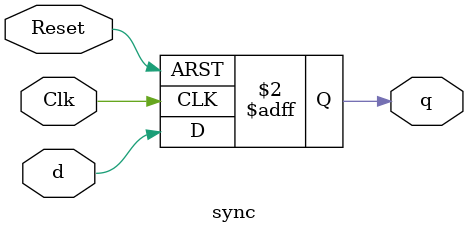
<source format=sv>
module sync (
	input  logic Clk, Reset, d, 
	output logic q
);

//initial
//begin	
//	q <= 1'b0;
//end

always_ff @ (posedge Clk or posedge Reset)
begin
	if (Reset)
		q <= 1'b1;
	else
		q <= d;
end

endmodule
</source>
